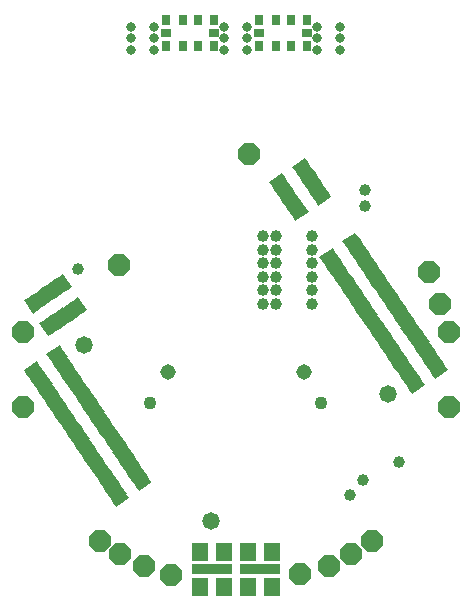
<source format=gbs>
G75*
%MOIN*%
%OFA0B0*%
%FSLAX24Y24*%
%IPPOS*%
%LPD*%
%AMOC8*
5,1,8,0,0,1.08239X$1,22.5*
%
%ADD10C,0.0580*%
%ADD11C,0.0316*%
%ADD12R,0.0159X0.0529*%
%ADD13OC8,0.0710*%
%ADD14C,0.0517*%
%ADD15C,0.0430*%
%ADD16R,0.1340X0.0356*%
%ADD17R,0.0533X0.0592*%
%ADD18C,0.0397*%
%ADD19R,0.0316X0.0356*%
%ADD20R,0.0356X0.0316*%
D10*
X005832Y011700D03*
X010080Y005832D03*
X015948Y010080D03*
D11*
X014370Y021560D03*
X014370Y021940D03*
X014370Y022320D03*
X013610Y022320D03*
X013610Y021940D03*
X013610Y021560D03*
X011270Y021560D03*
X011270Y021940D03*
X011270Y022320D03*
X010510Y022320D03*
X010510Y021940D03*
X010510Y021560D03*
X008170Y021560D03*
X008170Y021940D03*
X008170Y022320D03*
X007410Y022320D03*
X007410Y021940D03*
X007410Y021560D03*
D12*
G36*
X006106Y007496D02*
X006017Y007627D01*
X006454Y007922D01*
X006543Y007791D01*
X006106Y007496D01*
G37*
G36*
X006194Y007365D02*
X006105Y007496D01*
X006542Y007791D01*
X006631Y007660D01*
X006194Y007365D01*
G37*
G36*
X006282Y007234D02*
X006193Y007365D01*
X006630Y007660D01*
X006719Y007529D01*
X006282Y007234D01*
G37*
G36*
X006371Y007104D02*
X006282Y007235D01*
X006719Y007530D01*
X006808Y007399D01*
X006371Y007104D01*
G37*
G36*
X006459Y006973D02*
X006370Y007104D01*
X006807Y007399D01*
X006896Y007268D01*
X006459Y006973D01*
G37*
G36*
X006547Y006843D02*
X006458Y006974D01*
X006895Y007269D01*
X006984Y007138D01*
X006547Y006843D01*
G37*
G36*
X006635Y006712D02*
X006546Y006843D01*
X006983Y007138D01*
X007072Y007007D01*
X006635Y006712D01*
G37*
G36*
X006723Y006582D02*
X006634Y006713D01*
X007071Y007008D01*
X007160Y006877D01*
X006723Y006582D01*
G37*
G36*
X006811Y006451D02*
X006722Y006582D01*
X007159Y006877D01*
X007248Y006746D01*
X006811Y006451D01*
G37*
G36*
X006899Y006321D02*
X006810Y006452D01*
X007247Y006747D01*
X007336Y006616D01*
X006899Y006321D01*
G37*
G36*
X008011Y007262D02*
X008100Y007131D01*
X007663Y006836D01*
X007574Y006967D01*
X008011Y007262D01*
G37*
G36*
X007923Y007392D02*
X008012Y007261D01*
X007575Y006966D01*
X007486Y007097D01*
X007923Y007392D01*
G37*
G36*
X007835Y007523D02*
X007924Y007392D01*
X007487Y007097D01*
X007398Y007228D01*
X007835Y007523D01*
G37*
G36*
X007746Y007653D02*
X007835Y007522D01*
X007398Y007227D01*
X007309Y007358D01*
X007746Y007653D01*
G37*
G36*
X007658Y007784D02*
X007747Y007653D01*
X007310Y007358D01*
X007221Y007489D01*
X007658Y007784D01*
G37*
G36*
X007570Y007914D02*
X007659Y007783D01*
X007222Y007488D01*
X007133Y007619D01*
X007570Y007914D01*
G37*
G36*
X007482Y008045D02*
X007571Y007914D01*
X007134Y007619D01*
X007045Y007750D01*
X007482Y008045D01*
G37*
G36*
X007394Y008176D02*
X007483Y008045D01*
X007046Y007750D01*
X006957Y007881D01*
X007394Y008176D01*
G37*
G36*
X007306Y008306D02*
X007395Y008175D01*
X006958Y007880D01*
X006869Y008011D01*
X007306Y008306D01*
G37*
G36*
X007218Y008437D02*
X007307Y008306D01*
X006870Y008011D01*
X006781Y008142D01*
X007218Y008437D01*
G37*
G36*
X007130Y008567D02*
X007219Y008436D01*
X006782Y008141D01*
X006693Y008272D01*
X007130Y008567D01*
G37*
G36*
X007042Y008698D02*
X007131Y008567D01*
X006694Y008272D01*
X006605Y008403D01*
X007042Y008698D01*
G37*
G36*
X006954Y008828D02*
X007043Y008697D01*
X006606Y008402D01*
X006517Y008533D01*
X006954Y008828D01*
G37*
G36*
X006866Y008959D02*
X006955Y008828D01*
X006518Y008533D01*
X006429Y008664D01*
X006866Y008959D01*
G37*
G36*
X006778Y009090D02*
X006867Y008959D01*
X006430Y008664D01*
X006341Y008795D01*
X006778Y009090D01*
G37*
G36*
X006690Y009220D02*
X006779Y009089D01*
X006342Y008794D01*
X006253Y008925D01*
X006690Y009220D01*
G37*
G36*
X006602Y009351D02*
X006691Y009220D01*
X006254Y008925D01*
X006165Y009056D01*
X006602Y009351D01*
G37*
G36*
X006514Y009481D02*
X006603Y009350D01*
X006166Y009055D01*
X006077Y009186D01*
X006514Y009481D01*
G37*
G36*
X006426Y009612D02*
X006515Y009481D01*
X006078Y009186D01*
X005989Y009317D01*
X006426Y009612D01*
G37*
G36*
X006337Y009742D02*
X006426Y009611D01*
X005989Y009316D01*
X005900Y009447D01*
X006337Y009742D01*
G37*
G36*
X006249Y009873D02*
X006338Y009742D01*
X005901Y009447D01*
X005812Y009578D01*
X006249Y009873D01*
G37*
G36*
X006161Y010003D02*
X006250Y009872D01*
X005813Y009577D01*
X005724Y009708D01*
X006161Y010003D01*
G37*
G36*
X006073Y010134D02*
X006162Y010003D01*
X005725Y009708D01*
X005636Y009839D01*
X006073Y010134D01*
G37*
G36*
X005985Y010265D02*
X006074Y010134D01*
X005637Y009839D01*
X005548Y009970D01*
X005985Y010265D01*
G37*
G36*
X005897Y010395D02*
X005986Y010264D01*
X005549Y009969D01*
X005460Y010100D01*
X005897Y010395D01*
G37*
G36*
X005809Y010526D02*
X005898Y010395D01*
X005461Y010100D01*
X005372Y010231D01*
X005809Y010526D01*
G37*
G36*
X005721Y010656D02*
X005810Y010525D01*
X005373Y010230D01*
X005284Y010361D01*
X005721Y010656D01*
G37*
G36*
X005633Y010787D02*
X005722Y010656D01*
X005285Y010361D01*
X005196Y010492D01*
X005633Y010787D01*
G37*
G36*
X005545Y010917D02*
X005634Y010786D01*
X005197Y010491D01*
X005108Y010622D01*
X005545Y010917D01*
G37*
G36*
X005457Y011048D02*
X005546Y010917D01*
X005109Y010622D01*
X005020Y010753D01*
X005457Y011048D01*
G37*
G36*
X005369Y011178D02*
X005458Y011047D01*
X005021Y010752D01*
X004932Y010883D01*
X005369Y011178D01*
G37*
G36*
X005281Y011309D02*
X005370Y011178D01*
X004933Y010883D01*
X004844Y011014D01*
X005281Y011309D01*
G37*
G36*
X005193Y011440D02*
X005282Y011309D01*
X004845Y011014D01*
X004756Y011145D01*
X005193Y011440D01*
G37*
G36*
X005105Y011570D02*
X005194Y011439D01*
X004757Y011144D01*
X004668Y011275D01*
X005105Y011570D01*
G37*
G36*
X005017Y011701D02*
X005106Y011570D01*
X004669Y011275D01*
X004580Y011406D01*
X005017Y011701D01*
G37*
G36*
X004765Y012085D02*
X004634Y011996D01*
X004339Y012433D01*
X004470Y012522D01*
X004765Y012085D01*
G37*
G36*
X004896Y012173D02*
X004765Y012084D01*
X004470Y012521D01*
X004601Y012610D01*
X004896Y012173D01*
G37*
G36*
X005026Y012261D02*
X004895Y012172D01*
X004600Y012609D01*
X004731Y012698D01*
X005026Y012261D01*
G37*
G36*
X005157Y012350D02*
X005026Y012261D01*
X004731Y012698D01*
X004862Y012787D01*
X005157Y012350D01*
G37*
G36*
X005287Y012438D02*
X005156Y012349D01*
X004861Y012786D01*
X004992Y012875D01*
X005287Y012438D01*
G37*
G36*
X005418Y012526D02*
X005287Y012437D01*
X004992Y012874D01*
X005123Y012963D01*
X005418Y012526D01*
G37*
G36*
X005548Y012614D02*
X005417Y012525D01*
X005122Y012962D01*
X005253Y013051D01*
X005548Y012614D01*
G37*
G36*
X005679Y012702D02*
X005548Y012613D01*
X005253Y013050D01*
X005384Y013139D01*
X005679Y012702D01*
G37*
G36*
X005810Y012790D02*
X005679Y012701D01*
X005384Y013138D01*
X005515Y013227D01*
X005810Y012790D01*
G37*
G36*
X005940Y012878D02*
X005809Y012789D01*
X005514Y013226D01*
X005645Y013315D01*
X005940Y012878D01*
G37*
G36*
X004999Y013990D02*
X005130Y014079D01*
X005425Y013642D01*
X005294Y013553D01*
X004999Y013990D01*
G37*
G36*
X004868Y013902D02*
X004999Y013991D01*
X005294Y013554D01*
X005163Y013465D01*
X004868Y013902D01*
G37*
G36*
X004738Y013814D02*
X004869Y013903D01*
X005164Y013466D01*
X005033Y013377D01*
X004738Y013814D01*
G37*
G36*
X004607Y013725D02*
X004738Y013814D01*
X005033Y013377D01*
X004902Y013288D01*
X004607Y013725D01*
G37*
G36*
X004477Y013637D02*
X004608Y013726D01*
X004903Y013289D01*
X004772Y013200D01*
X004477Y013637D01*
G37*
G36*
X004346Y013549D02*
X004477Y013638D01*
X004772Y013201D01*
X004641Y013112D01*
X004346Y013549D01*
G37*
G36*
X004216Y013461D02*
X004347Y013550D01*
X004642Y013113D01*
X004511Y013024D01*
X004216Y013461D01*
G37*
G36*
X004085Y013373D02*
X004216Y013462D01*
X004511Y013025D01*
X004380Y012936D01*
X004085Y013373D01*
G37*
G36*
X003954Y013285D02*
X004085Y013374D01*
X004380Y012937D01*
X004249Y012848D01*
X003954Y013285D01*
G37*
G36*
X003824Y013197D02*
X003955Y013286D01*
X004250Y012849D01*
X004119Y012760D01*
X003824Y013197D01*
G37*
G36*
X003905Y010759D02*
X003816Y010890D01*
X004253Y011185D01*
X004342Y011054D01*
X003905Y010759D01*
G37*
G36*
X003993Y010629D02*
X003904Y010760D01*
X004341Y011055D01*
X004430Y010924D01*
X003993Y010629D01*
G37*
G36*
X004081Y010498D02*
X003992Y010629D01*
X004429Y010924D01*
X004518Y010793D01*
X004081Y010498D01*
G37*
G36*
X004169Y010368D02*
X004080Y010499D01*
X004517Y010794D01*
X004606Y010663D01*
X004169Y010368D01*
G37*
G36*
X004257Y010237D02*
X004168Y010368D01*
X004605Y010663D01*
X004694Y010532D01*
X004257Y010237D01*
G37*
G36*
X004345Y010107D02*
X004256Y010238D01*
X004693Y010533D01*
X004782Y010402D01*
X004345Y010107D01*
G37*
G36*
X004433Y009976D02*
X004344Y010107D01*
X004781Y010402D01*
X004870Y010271D01*
X004433Y009976D01*
G37*
G36*
X004521Y009846D02*
X004432Y009977D01*
X004869Y010272D01*
X004958Y010141D01*
X004521Y009846D01*
G37*
G36*
X004609Y009715D02*
X004520Y009846D01*
X004957Y010141D01*
X005046Y010010D01*
X004609Y009715D01*
G37*
G36*
X004697Y009584D02*
X004608Y009715D01*
X005045Y010010D01*
X005134Y009879D01*
X004697Y009584D01*
G37*
G36*
X004785Y009454D02*
X004696Y009585D01*
X005133Y009880D01*
X005222Y009749D01*
X004785Y009454D01*
G37*
G36*
X004873Y009323D02*
X004784Y009454D01*
X005221Y009749D01*
X005310Y009618D01*
X004873Y009323D01*
G37*
G36*
X004962Y009193D02*
X004873Y009324D01*
X005310Y009619D01*
X005399Y009488D01*
X004962Y009193D01*
G37*
G36*
X005050Y009062D02*
X004961Y009193D01*
X005398Y009488D01*
X005487Y009357D01*
X005050Y009062D01*
G37*
G36*
X005138Y008932D02*
X005049Y009063D01*
X005486Y009358D01*
X005575Y009227D01*
X005138Y008932D01*
G37*
G36*
X005226Y008801D02*
X005137Y008932D01*
X005574Y009227D01*
X005663Y009096D01*
X005226Y008801D01*
G37*
G36*
X005314Y008671D02*
X005225Y008802D01*
X005662Y009097D01*
X005751Y008966D01*
X005314Y008671D01*
G37*
G36*
X005402Y008540D02*
X005313Y008671D01*
X005750Y008966D01*
X005839Y008835D01*
X005402Y008540D01*
G37*
G36*
X005490Y008409D02*
X005401Y008540D01*
X005838Y008835D01*
X005927Y008704D01*
X005490Y008409D01*
G37*
G36*
X005578Y008279D02*
X005489Y008410D01*
X005926Y008705D01*
X006015Y008574D01*
X005578Y008279D01*
G37*
G36*
X005666Y008148D02*
X005577Y008279D01*
X006014Y008574D01*
X006103Y008443D01*
X005666Y008148D01*
G37*
G36*
X005754Y008018D02*
X005665Y008149D01*
X006102Y008444D01*
X006191Y008313D01*
X005754Y008018D01*
G37*
G36*
X005842Y007887D02*
X005753Y008018D01*
X006190Y008313D01*
X006279Y008182D01*
X005842Y007887D01*
G37*
G36*
X005930Y007757D02*
X005841Y007888D01*
X006278Y008183D01*
X006367Y008052D01*
X005930Y007757D01*
G37*
G36*
X006018Y007626D02*
X005929Y007757D01*
X006366Y008052D01*
X006455Y007921D01*
X006018Y007626D01*
G37*
G36*
X012878Y015840D02*
X012789Y015971D01*
X013226Y016266D01*
X013315Y016135D01*
X012878Y015840D01*
G37*
G36*
X012790Y015970D02*
X012701Y016101D01*
X013138Y016396D01*
X013227Y016265D01*
X012790Y015970D01*
G37*
G36*
X012702Y016101D02*
X012613Y016232D01*
X013050Y016527D01*
X013139Y016396D01*
X012702Y016101D01*
G37*
G36*
X012614Y016232D02*
X012525Y016363D01*
X012962Y016658D01*
X013051Y016527D01*
X012614Y016232D01*
G37*
G36*
X012526Y016362D02*
X012437Y016493D01*
X012874Y016788D01*
X012963Y016657D01*
X012526Y016362D01*
G37*
G36*
X012438Y016493D02*
X012349Y016624D01*
X012786Y016919D01*
X012875Y016788D01*
X012438Y016493D01*
G37*
G36*
X012350Y016623D02*
X012261Y016754D01*
X012698Y017049D01*
X012787Y016918D01*
X012350Y016623D01*
G37*
G36*
X012261Y016754D02*
X012172Y016885D01*
X012609Y017180D01*
X012698Y017049D01*
X012261Y016754D01*
G37*
G36*
X012173Y016884D02*
X012084Y017015D01*
X012521Y017310D01*
X012610Y017179D01*
X012173Y016884D01*
G37*
G36*
X012085Y017015D02*
X011996Y017146D01*
X012433Y017441D01*
X012522Y017310D01*
X012085Y017015D01*
G37*
G36*
X013197Y017956D02*
X013286Y017825D01*
X012849Y017530D01*
X012760Y017661D01*
X013197Y017956D01*
G37*
G36*
X013285Y017826D02*
X013374Y017695D01*
X012937Y017400D01*
X012848Y017531D01*
X013285Y017826D01*
G37*
G36*
X013373Y017695D02*
X013462Y017564D01*
X013025Y017269D01*
X012936Y017400D01*
X013373Y017695D01*
G37*
G36*
X013461Y017564D02*
X013550Y017433D01*
X013113Y017138D01*
X013024Y017269D01*
X013461Y017564D01*
G37*
G36*
X013549Y017434D02*
X013638Y017303D01*
X013201Y017008D01*
X013112Y017139D01*
X013549Y017434D01*
G37*
G36*
X013637Y017303D02*
X013726Y017172D01*
X013289Y016877D01*
X013200Y017008D01*
X013637Y017303D01*
G37*
G36*
X013725Y017173D02*
X013814Y017042D01*
X013377Y016747D01*
X013288Y016878D01*
X013725Y017173D01*
G37*
G36*
X013814Y017042D02*
X013903Y016911D01*
X013466Y016616D01*
X013377Y016747D01*
X013814Y017042D01*
G37*
G36*
X013902Y016912D02*
X013991Y016781D01*
X013554Y016486D01*
X013465Y016617D01*
X013902Y016912D01*
G37*
G36*
X013990Y016781D02*
X014079Y016650D01*
X013642Y016355D01*
X013553Y016486D01*
X013990Y016781D01*
G37*
G36*
X014881Y015459D02*
X014970Y015328D01*
X014533Y015033D01*
X014444Y015164D01*
X014881Y015459D01*
G37*
G36*
X014969Y015329D02*
X015058Y015198D01*
X014621Y014903D01*
X014532Y015034D01*
X014969Y015329D01*
G37*
G36*
X015057Y015198D02*
X015146Y015067D01*
X014709Y014772D01*
X014620Y014903D01*
X015057Y015198D01*
G37*
G36*
X015145Y015068D02*
X015234Y014937D01*
X014797Y014642D01*
X014708Y014773D01*
X015145Y015068D01*
G37*
G36*
X015233Y014937D02*
X015322Y014806D01*
X014885Y014511D01*
X014796Y014642D01*
X015233Y014937D01*
G37*
G36*
X015321Y014807D02*
X015410Y014676D01*
X014973Y014381D01*
X014884Y014512D01*
X015321Y014807D01*
G37*
G36*
X015409Y014676D02*
X015498Y014545D01*
X015061Y014250D01*
X014972Y014381D01*
X015409Y014676D01*
G37*
G36*
X015498Y014546D02*
X015587Y014415D01*
X015150Y014120D01*
X015061Y014251D01*
X015498Y014546D01*
G37*
G36*
X015586Y014415D02*
X015675Y014284D01*
X015238Y013989D01*
X015149Y014120D01*
X015586Y014415D01*
G37*
G36*
X015674Y014284D02*
X015763Y014153D01*
X015326Y013858D01*
X015237Y013989D01*
X015674Y014284D01*
G37*
G36*
X015762Y014154D02*
X015851Y014023D01*
X015414Y013728D01*
X015325Y013859D01*
X015762Y014154D01*
G37*
G36*
X015850Y014023D02*
X015939Y013892D01*
X015502Y013597D01*
X015413Y013728D01*
X015850Y014023D01*
G37*
G36*
X015938Y013893D02*
X016027Y013762D01*
X015590Y013467D01*
X015501Y013598D01*
X015938Y013893D01*
G37*
G36*
X016026Y013762D02*
X016115Y013631D01*
X015678Y013336D01*
X015589Y013467D01*
X016026Y013762D01*
G37*
G36*
X016114Y013632D02*
X016203Y013501D01*
X015766Y013206D01*
X015677Y013337D01*
X016114Y013632D01*
G37*
G36*
X016202Y013501D02*
X016291Y013370D01*
X015854Y013075D01*
X015765Y013206D01*
X016202Y013501D01*
G37*
G36*
X016290Y013371D02*
X016379Y013240D01*
X015942Y012945D01*
X015853Y013076D01*
X016290Y013371D01*
G37*
G36*
X016378Y013240D02*
X016467Y013109D01*
X016030Y012814D01*
X015941Y012945D01*
X016378Y013240D01*
G37*
G36*
X016466Y013109D02*
X016555Y012978D01*
X016118Y012683D01*
X016029Y012814D01*
X016466Y013109D01*
G37*
G36*
X016554Y012979D02*
X016643Y012848D01*
X016206Y012553D01*
X016117Y012684D01*
X016554Y012979D01*
G37*
G36*
X016642Y012848D02*
X016731Y012717D01*
X016294Y012422D01*
X016205Y012553D01*
X016642Y012848D01*
G37*
G36*
X016730Y012718D02*
X016819Y012587D01*
X016382Y012292D01*
X016293Y012423D01*
X016730Y012718D01*
G37*
G36*
X016818Y012587D02*
X016907Y012456D01*
X016470Y012161D01*
X016381Y012292D01*
X016818Y012587D01*
G37*
G36*
X016907Y012457D02*
X016996Y012326D01*
X016559Y012031D01*
X016470Y012162D01*
X016907Y012457D01*
G37*
G36*
X016995Y012326D02*
X017084Y012195D01*
X016647Y011900D01*
X016558Y012031D01*
X016995Y012326D01*
G37*
G36*
X017083Y012196D02*
X017172Y012065D01*
X016735Y011770D01*
X016646Y011901D01*
X017083Y012196D01*
G37*
G36*
X017171Y012065D02*
X017260Y011934D01*
X016823Y011639D01*
X016734Y011770D01*
X017171Y012065D01*
G37*
G36*
X017259Y011934D02*
X017348Y011803D01*
X016911Y011508D01*
X016822Y011639D01*
X017259Y011934D01*
G37*
G36*
X017347Y011804D02*
X017436Y011673D01*
X016999Y011378D01*
X016910Y011509D01*
X017347Y011804D01*
G37*
G36*
X017435Y011673D02*
X017524Y011542D01*
X017087Y011247D01*
X016998Y011378D01*
X017435Y011673D01*
G37*
G36*
X017523Y011543D02*
X017612Y011412D01*
X017175Y011117D01*
X017086Y011248D01*
X017523Y011543D01*
G37*
G36*
X017611Y011412D02*
X017700Y011281D01*
X017263Y010986D01*
X017174Y011117D01*
X017611Y011412D01*
G37*
G36*
X017699Y011282D02*
X017788Y011151D01*
X017351Y010856D01*
X017262Y010987D01*
X017699Y011282D01*
G37*
G36*
X017787Y011151D02*
X017876Y011020D01*
X017439Y010725D01*
X017350Y010856D01*
X017787Y011151D01*
G37*
G36*
X017875Y011021D02*
X017964Y010890D01*
X017527Y010595D01*
X017438Y010726D01*
X017875Y011021D01*
G37*
G36*
X016675Y010210D02*
X016586Y010341D01*
X017023Y010636D01*
X017112Y010505D01*
X016675Y010210D01*
G37*
G36*
X016763Y010079D02*
X016674Y010210D01*
X017111Y010505D01*
X017200Y010374D01*
X016763Y010079D01*
G37*
G36*
X016587Y010340D02*
X016498Y010471D01*
X016935Y010766D01*
X017024Y010635D01*
X016587Y010340D01*
G37*
G36*
X016499Y010471D02*
X016410Y010602D01*
X016847Y010897D01*
X016936Y010766D01*
X016499Y010471D01*
G37*
G36*
X016411Y010602D02*
X016322Y010733D01*
X016759Y011028D01*
X016848Y010897D01*
X016411Y010602D01*
G37*
G36*
X016323Y010732D02*
X016234Y010863D01*
X016671Y011158D01*
X016760Y011027D01*
X016323Y010732D01*
G37*
G36*
X016235Y010863D02*
X016146Y010994D01*
X016583Y011289D01*
X016672Y011158D01*
X016235Y010863D01*
G37*
G36*
X016147Y010993D02*
X016058Y011124D01*
X016495Y011419D01*
X016584Y011288D01*
X016147Y010993D01*
G37*
G36*
X016059Y011124D02*
X015970Y011255D01*
X016407Y011550D01*
X016496Y011419D01*
X016059Y011124D01*
G37*
G36*
X015971Y011254D02*
X015882Y011385D01*
X016319Y011680D01*
X016408Y011549D01*
X015971Y011254D01*
G37*
G36*
X015883Y011385D02*
X015794Y011516D01*
X016231Y011811D01*
X016320Y011680D01*
X015883Y011385D01*
G37*
G36*
X015795Y011515D02*
X015706Y011646D01*
X016143Y011941D01*
X016232Y011810D01*
X015795Y011515D01*
G37*
G36*
X015707Y011646D02*
X015618Y011777D01*
X016055Y012072D01*
X016144Y011941D01*
X015707Y011646D01*
G37*
G36*
X015619Y011777D02*
X015530Y011908D01*
X015967Y012203D01*
X016056Y012072D01*
X015619Y011777D01*
G37*
G36*
X015531Y011907D02*
X015442Y012038D01*
X015879Y012333D01*
X015968Y012202D01*
X015531Y011907D01*
G37*
G36*
X015443Y012038D02*
X015354Y012169D01*
X015791Y012464D01*
X015880Y012333D01*
X015443Y012038D01*
G37*
G36*
X015354Y012168D02*
X015265Y012299D01*
X015702Y012594D01*
X015791Y012463D01*
X015354Y012168D01*
G37*
G36*
X015266Y012299D02*
X015177Y012430D01*
X015614Y012725D01*
X015703Y012594D01*
X015266Y012299D01*
G37*
G36*
X015178Y012429D02*
X015089Y012560D01*
X015526Y012855D01*
X015615Y012724D01*
X015178Y012429D01*
G37*
G36*
X015090Y012560D02*
X015001Y012691D01*
X015438Y012986D01*
X015527Y012855D01*
X015090Y012560D01*
G37*
G36*
X015002Y012690D02*
X014913Y012821D01*
X015350Y013116D01*
X015439Y012985D01*
X015002Y012690D01*
G37*
G36*
X014914Y012821D02*
X014825Y012952D01*
X015262Y013247D01*
X015351Y013116D01*
X014914Y012821D01*
G37*
G36*
X014826Y012952D02*
X014737Y013083D01*
X015174Y013378D01*
X015263Y013247D01*
X014826Y012952D01*
G37*
G36*
X014738Y013082D02*
X014649Y013213D01*
X015086Y013508D01*
X015175Y013377D01*
X014738Y013082D01*
G37*
G36*
X014650Y013213D02*
X014561Y013344D01*
X014998Y013639D01*
X015087Y013508D01*
X014650Y013213D01*
G37*
G36*
X014562Y013343D02*
X014473Y013474D01*
X014910Y013769D01*
X014999Y013638D01*
X014562Y013343D01*
G37*
G36*
X014474Y013474D02*
X014385Y013605D01*
X014822Y013900D01*
X014911Y013769D01*
X014474Y013474D01*
G37*
G36*
X014386Y013604D02*
X014297Y013735D01*
X014734Y014030D01*
X014823Y013899D01*
X014386Y013604D01*
G37*
G36*
X014298Y013735D02*
X014209Y013866D01*
X014646Y014161D01*
X014735Y014030D01*
X014298Y013735D01*
G37*
G36*
X014210Y013866D02*
X014121Y013997D01*
X014558Y014292D01*
X014647Y014161D01*
X014210Y013866D01*
G37*
G36*
X014122Y013996D02*
X014033Y014127D01*
X014470Y014422D01*
X014559Y014291D01*
X014122Y013996D01*
G37*
G36*
X014034Y014127D02*
X013945Y014258D01*
X014382Y014553D01*
X014471Y014422D01*
X014034Y014127D01*
G37*
G36*
X013945Y014257D02*
X013856Y014388D01*
X014293Y014683D01*
X014382Y014552D01*
X013945Y014257D01*
G37*
G36*
X013857Y014388D02*
X013768Y014519D01*
X014205Y014814D01*
X014294Y014683D01*
X013857Y014388D01*
G37*
G36*
X013769Y014518D02*
X013680Y014649D01*
X014117Y014944D01*
X014206Y014813D01*
X013769Y014518D01*
G37*
D13*
X011340Y018090D03*
X006990Y014390D03*
X003790Y012140D03*
X003790Y009640D03*
X006357Y005190D03*
X007041Y004736D03*
X007840Y004340D03*
X008740Y004040D03*
X013040Y004090D03*
X013990Y004340D03*
X014740Y004740D03*
X015440Y005190D03*
X017990Y009640D03*
X017990Y012140D03*
X017694Y013091D03*
X017340Y014132D03*
D14*
X013154Y010812D03*
X008626Y010812D03*
D15*
X008036Y009769D03*
X013744Y009769D03*
D16*
X011690Y004240D03*
X010090Y004240D03*
D17*
X010494Y003659D03*
X011286Y003659D03*
X012094Y003659D03*
X012094Y004821D03*
X011286Y004821D03*
X010494Y004821D03*
X009686Y004821D03*
X009686Y003659D03*
D18*
X014690Y006715D03*
X015140Y007215D03*
X016340Y007815D03*
X013440Y013090D03*
X013440Y013540D03*
X013440Y013990D03*
X013440Y014440D03*
X013440Y014890D03*
X013440Y015340D03*
X012240Y015340D03*
X012240Y014890D03*
X012240Y014440D03*
X012240Y013990D03*
X012240Y013540D03*
X012240Y013090D03*
X011790Y013090D03*
X011790Y013540D03*
X011790Y013990D03*
X011790Y014440D03*
X011790Y014890D03*
X011790Y015340D03*
X015190Y016340D03*
X015190Y016890D03*
X005640Y014240D03*
D19*
X008558Y021679D03*
X009115Y021679D03*
X009615Y021679D03*
X010172Y021679D03*
X010172Y022545D03*
X009615Y022545D03*
X009115Y022545D03*
X008558Y022545D03*
X011658Y022545D03*
X012215Y022545D03*
X012715Y022545D03*
X013272Y022545D03*
X013272Y021679D03*
X012715Y021679D03*
X012215Y021679D03*
X011658Y021679D03*
D20*
X011658Y022112D03*
X010172Y022112D03*
X008558Y022112D03*
X013272Y022112D03*
M02*

</source>
